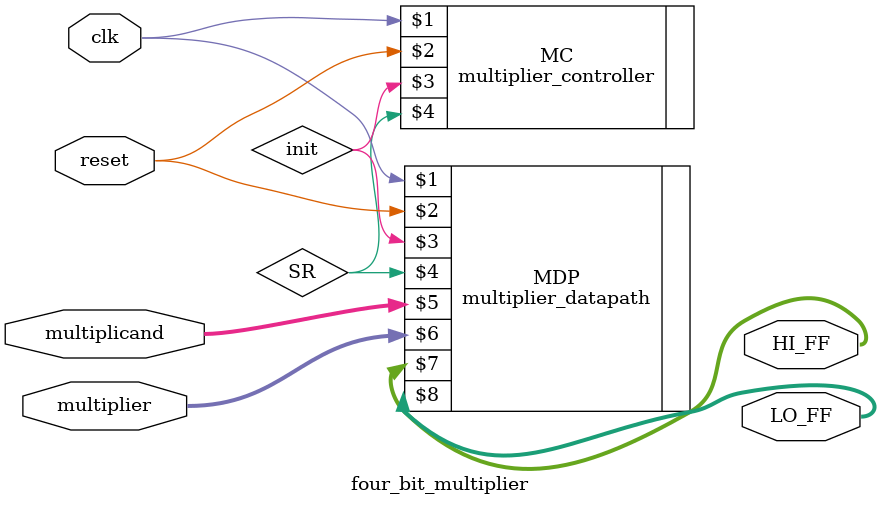
<source format=v>
`timescale 1ns / 1ps
module four_bit_multiplier(
    
input clk,reset,
input [3:0] multiplicand,multiplier,
output [3:0] HI_FF , LO_FF
);
wire init,SR;

multiplier_controller MC(clk,reset,init,SR);
multiplier_datapath MDP(clk,reset,init,SR,multiplicand,multiplier,HI_FF,LO_FF);

endmodule

</source>
